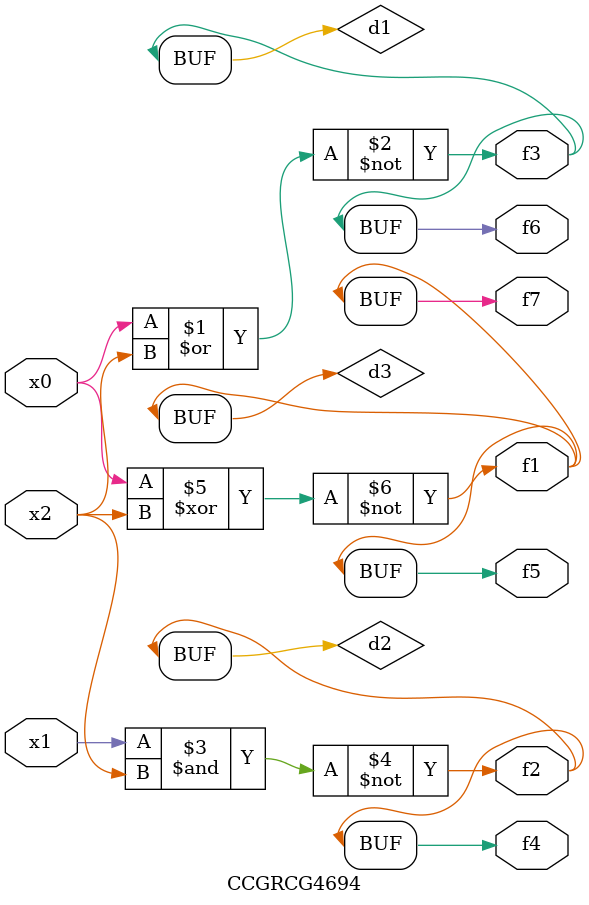
<source format=v>
module CCGRCG4694(
	input x0, x1, x2,
	output f1, f2, f3, f4, f5, f6, f7
);

	wire d1, d2, d3;

	nor (d1, x0, x2);
	nand (d2, x1, x2);
	xnor (d3, x0, x2);
	assign f1 = d3;
	assign f2 = d2;
	assign f3 = d1;
	assign f4 = d2;
	assign f5 = d3;
	assign f6 = d1;
	assign f7 = d3;
endmodule

</source>
